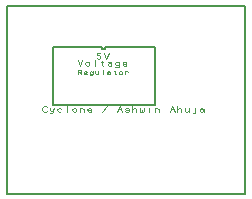
<source format=gbr>
%FSLAX35Y35*%
%MOIN*%
G04 EasyPC Gerber Version 18.0.8 Build 3632 *
%ADD10C,0.00100*%
%ADD11C,0.00500*%
X0Y0D02*
D02*
D10*
X14017Y27803D02*
X13861Y27647D01*
X13548Y27491*
X13080*
X12767Y27647*
X12611Y27803*
X12455Y28115*
Y28741*
X12611Y29053*
X12767Y29209*
X13080Y29365*
X13548*
X13861Y29209*
X14017Y29053*
X14955Y28741D02*
X15111Y28115D01*
X15424Y27803*
X15736*
X16048Y28115*
X16205Y28741*
X16048Y28115D02*
X15892Y27491D01*
X15736Y27178*
X15424Y27022*
X15111Y27178*
X18705Y28584D02*
X18392Y28741D01*
X17924*
X17611Y28584*
X17455Y28272*
Y27959*
X17611Y27647*
X17924Y27491*
X18392*
X18705Y27647*
X20736Y27491D02*
X20580D01*
Y29365*
X22455Y27959D02*
X22611Y27647D01*
X22924Y27491*
X23236*
X23548Y27647*
X23705Y27959*
Y28272*
X23548Y28584*
X23236Y28741*
X22924*
X22611Y28584*
X22455Y28272*
Y27959*
X24955Y27491D02*
Y28741D01*
Y28272D02*
X25111Y28584D01*
X25424Y28741*
X25736*
X26048Y28584*
X26205Y28272*
Y27491*
X28705Y27647D02*
X28548Y27491D01*
X28236*
X27924*
X27611Y27647*
X27455Y27959*
Y28428*
X27611Y28584*
X27924Y28741*
X28236*
X28548Y28584*
X28705Y28428*
Y28272*
X28548Y28115*
X28236Y27959*
X27924*
X27611Y28115*
X27455Y28272*
X32455Y27491D02*
X34017Y29365D01*
X37455Y27491D02*
X38236Y29365D01*
X39017Y27491*
X37767Y28272D02*
X38705D01*
X39955Y27647D02*
X40267Y27491D01*
X40892*
X41205Y27647*
Y27959*
X40892Y28115*
X40267*
X39955Y28272*
Y28584*
X40267Y28741*
X40892*
X41205Y28584*
X42455Y27491D02*
Y29365D01*
Y28272D02*
X42611Y28584D01*
X42924Y28741*
X43236*
X43548Y28584*
X43705Y28272*
Y27491*
X44955Y28741D02*
Y27647D01*
X45111Y27491*
X45424*
X45580Y27647*
Y28115*
Y27647D02*
X45736Y27491D01*
X46048*
X46205Y27647*
Y28741*
X48080Y27491D02*
Y28741D01*
Y29209D02*
X49955Y27491*
Y28741D01*
Y28272D02*
X50111Y28584D01*
X50424Y28741*
X50736*
X51048Y28584*
X51205Y28272*
Y27491*
X54955D02*
X55736Y29365D01*
X56517Y27491*
X55267Y28272D02*
X56205D01*
X57455Y27491D02*
Y29365D01*
Y28272D02*
X57611Y28584D01*
X57924Y28741*
X58236*
X58548Y28584*
X58705Y28272*
Y27491*
X59955Y28741D02*
Y27959D01*
X60111Y27647*
X60424Y27491*
X60736*
X61048Y27647*
X61205Y27959*
Y28741D02*
Y27491D01*
X62611Y27178D02*
X62924Y27022D01*
X63236Y27178*
X63392Y27491*
Y28741*
Y29209D02*
X64955Y28584*
X65267Y28741D01*
X65736*
X66048Y28584*
X66205Y28272*
Y27803*
X66048Y27647*
X65736Y27491*
X65424*
X65111Y27647*
X64955Y27803*
Y27959*
X65111Y28115*
X65424Y28272*
X65736*
X66048Y28115*
X66205Y27959*
Y27803D02*
Y27491D01*
X24266Y39989D02*
Y41466D01*
X25127*
X25373Y41343*
X25496Y41096*
X25373Y40850*
X25127Y40728*
X24266*
X25127D02*
X25496Y39989D01*
X27219Y40112D02*
X27096Y39989D01*
X26850*
X26604*
X26357Y40112*
X26234Y40358*
Y40728*
X26357Y40850*
X26604Y40974*
X26850*
X27096Y40850*
X27219Y40728*
Y40604*
X27096Y40481*
X26850Y40358*
X26604*
X26357Y40481*
X26234Y40604*
X29187D02*
X29064Y40850D01*
X28818Y40974*
X28572*
X28326Y40850*
X28203Y40604*
Y40481*
X28326Y40235*
X28572Y40112*
X28818*
X29064Y40235*
X29187Y40481*
Y40974D02*
Y39989D01*
X29064Y39743*
X28818Y39620*
X28449*
X28203Y39743*
X30171Y40974D02*
Y40358D01*
X30294Y40112*
X30541Y39989*
X30787*
X31033Y40112*
X31156Y40358*
Y40974D02*
Y39989D01*
X32755D02*
X32632D01*
Y41466*
X34108Y40850D02*
X34354Y40974D01*
X34724*
X34970Y40850*
X35093Y40604*
Y40235*
X34970Y40112*
X34724Y39989*
X34478*
X34231Y40112*
X34108Y40235*
Y40358*
X34231Y40481*
X34478Y40604*
X34724*
X34970Y40481*
X35093Y40358*
Y40235D02*
Y39989D01*
X36323Y40974D02*
X36815D01*
X36569Y41220D02*
Y40112D01*
X36692Y39989*
X36815*
X36938Y40112*
X38045Y40358D02*
X38169Y40112D01*
X38415Y39989*
X38661*
X38907Y40112*
X39030Y40358*
Y40604*
X38907Y40850*
X38661Y40974*
X38415*
X38169Y40850*
X38045Y40604*
Y40358*
X40014Y39989D02*
Y40974D01*
Y40604D02*
X40137Y40850D01*
X40383Y40974*
X40629*
X40875Y40850*
X24266Y44720D02*
X25047Y42845D01*
X25828Y44720*
X26766Y43313D02*
X26922Y43001D01*
X27235Y42845*
X27547*
X27859Y43001*
X28016Y43313*
Y43626*
X27859Y43939*
X27547Y44095*
X27235*
X26922Y43939*
X26766Y43626*
Y43313*
X30047Y42845D02*
X29891D01*
Y44720*
X32078Y44095D02*
X32703D01*
X32391Y44407D02*
Y43001D01*
X32547Y42845*
X32703*
X32859Y43001*
X34266Y43939D02*
X34578Y44095D01*
X35047*
X35359Y43939*
X35516Y43626*
Y43157*
X35359Y43001*
X35047Y42845*
X34735*
X34422Y43001*
X34266Y43157*
Y43313*
X34422Y43470*
X34735Y43626*
X35047*
X35359Y43470*
X35516Y43313*
Y43157D02*
Y42845D01*
X38016Y43626D02*
X37859Y43939D01*
X37547Y44095*
X37235*
X36922Y43939*
X36766Y43626*
Y43470*
X36922Y43157*
X37235Y43001*
X37547*
X37859Y43157*
X38016Y43470*
Y44095D02*
Y42845D01*
X37859Y42532*
X37547Y42376*
X37078*
X36766Y42532*
X40516Y43001D02*
X40359Y42845D01*
X40047*
X39735*
X39422Y43001*
X39266Y43313*
Y43782*
X39422Y43939*
X39735Y44095*
X40047*
X40359Y43939*
X40516Y43782*
Y43626*
X40359Y43470*
X40047Y43313*
X39735*
X39422Y43470*
X39266Y43626*
X30565Y45363D02*
X30878Y45207D01*
X31346*
X31659Y45363*
X31815Y45676*
Y45832*
X31659Y46144*
X31346Y46301*
X30565*
Y47082*
X31815*
X33065D02*
X33846Y45207D01*
X34628Y47082*
D02*
D11*
X604Y250D02*
X80171D01*
Y62848*
X604*
Y250*
X49856Y48951D02*
Y29659D01*
X15998*
Y48951*
X32435*
Y48459*
X33419*
Y48951*
X49856*
X0Y0D02*
M02*

</source>
